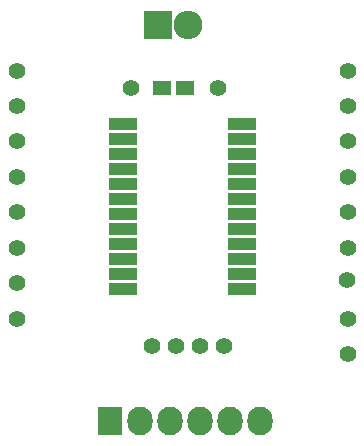
<source format=gbr>
G04 #@! TF.FileFunction,Soldermask,Top*
%FSLAX46Y46*%
G04 Gerber Fmt 4.6, Leading zero omitted, Abs format (unit mm)*
G04 Created by KiCad (PCBNEW 4.0.2-stable) date Friday, July 22, 2016 'PMt' 01:52:08 PM*
%MOMM*%
G01*
G04 APERTURE LIST*
%ADD10C,0.100000*%
%ADD11R,1.600000X1.150000*%
%ADD12R,2.432000X1.060400*%
%ADD13C,1.400000*%
%ADD14R,2.432000X2.432000*%
%ADD15O,2.432000X2.432000*%
%ADD16R,2.127200X2.432000*%
%ADD17O,2.127200X2.432000*%
G04 APERTURE END LIST*
D10*
D11*
X239202000Y-90932000D03*
X237302000Y-90932000D03*
D12*
X233970800Y-94015000D03*
X233970800Y-95285000D03*
X233970800Y-96555000D03*
X233970800Y-97825000D03*
X233970800Y-99095000D03*
X233970800Y-100365000D03*
X233970800Y-101635000D03*
X233970800Y-102905000D03*
X233970800Y-104175000D03*
X233970800Y-105445000D03*
X233970800Y-106715000D03*
X233970800Y-107985000D03*
X244029200Y-107985000D03*
X244029200Y-106715000D03*
X244029200Y-105445000D03*
X244029200Y-104175000D03*
X244029200Y-102905000D03*
X244029200Y-101635000D03*
X244029200Y-100365000D03*
X244029200Y-99095000D03*
X244029200Y-97825000D03*
X244029200Y-96555000D03*
X244029200Y-95285000D03*
X244029200Y-94015000D03*
D13*
X242062000Y-90932000D03*
X234696000Y-90932000D03*
X253000000Y-113460000D03*
X236474000Y-112776000D03*
X238506000Y-112776000D03*
X240538000Y-112776000D03*
X242570000Y-112776000D03*
X225000000Y-110460000D03*
X225000000Y-107460000D03*
X225000000Y-104460000D03*
X225000000Y-101460000D03*
X225000000Y-98460000D03*
X225000000Y-95460000D03*
X225000000Y-92460000D03*
X225000000Y-89460000D03*
X253000000Y-89460000D03*
X253000000Y-92460000D03*
X253000000Y-95460000D03*
X253000000Y-98460000D03*
X253000000Y-101460000D03*
X253000000Y-104460000D03*
X252984000Y-107188000D03*
X253000000Y-110460000D03*
D14*
X236982000Y-85598000D03*
D15*
X239522000Y-85598000D03*
D16*
X232918000Y-119126000D03*
D17*
X235458000Y-119126000D03*
X237998000Y-119126000D03*
X240538000Y-119126000D03*
X243078000Y-119126000D03*
X245618000Y-119126000D03*
M02*

</source>
